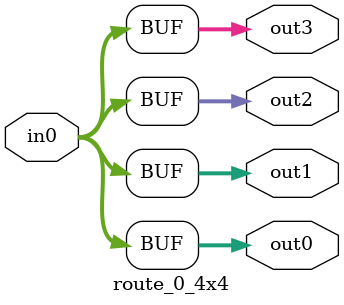
<source format=v>


module cgra
(
  input clk,
  input [8-1:0] conf_bus,
  input [8-1:0] in_stream0,
  input [8-1:0] in_stream3,
  input [8-1:0] in_stream6,
  output [8-1:0] out_stream2,
  output [8-1:0] out_stream5,
  output [8-1:0] out_stream8
);

  wire [8-1:0] pe0_to_pe1;
  wire [8-1:0] pe0_to_pe3;
  wire [8-1:0] pe1_to_pe0;
  wire [8-1:0] pe1_to_pe2;
  wire [8-1:0] pe1_to_pe4;
  wire [8-1:0] pe2_to_pe1;
  wire [8-1:0] pe2_to_pe5;
  wire [8-1:0] pe3_to_pe0;
  wire [8-1:0] pe3_to_pe4;
  wire [8-1:0] pe3_to_pe6;
  wire [8-1:0] pe4_to_pe1;
  wire [8-1:0] pe4_to_pe3;
  wire [8-1:0] pe4_to_pe5;
  wire [8-1:0] pe4_to_pe7;
  wire [8-1:0] pe5_to_pe2;
  wire [8-1:0] pe5_to_pe4;
  wire [8-1:0] pe5_to_pe8;
  wire [8-1:0] pe6_to_pe3;
  wire [8-1:0] pe6_to_pe7;
  wire [8-1:0] pe7_to_pe4;
  wire [8-1:0] pe7_to_pe6;
  wire [8-1:0] pe7_to_pe8;
  wire [8-1:0] pe8_to_pe5;
  wire [8-1:0] pe8_to_pe7;
  wire [8-1:0] conf_bus_reg_in [0:9-1];
  wire [8-1:0] conf_bus_reg_out [0:9-1];

  reg_pipe
  #(
    .num_register(1),
    .width(8)
  )
  reg_pipe_conf_0
  (
    .clk(clk),
    .rst(1'b0),
    .en(1'b1),
    .in(conf_bus_reg_in[0]),
    .out(conf_bus_reg_out[0])
  );


  reg_pipe
  #(
    .num_register(1),
    .width(8)
  )
  reg_pipe_conf_1
  (
    .clk(clk),
    .rst(1'b0),
    .en(1'b1),
    .in(conf_bus_reg_in[1]),
    .out(conf_bus_reg_out[1])
  );


  reg_pipe
  #(
    .num_register(1),
    .width(8)
  )
  reg_pipe_conf_2
  (
    .clk(clk),
    .rst(1'b0),
    .en(1'b1),
    .in(conf_bus_reg_in[2]),
    .out(conf_bus_reg_out[2])
  );


  reg_pipe
  #(
    .num_register(1),
    .width(8)
  )
  reg_pipe_conf_3
  (
    .clk(clk),
    .rst(1'b0),
    .en(1'b1),
    .in(conf_bus_reg_in[3]),
    .out(conf_bus_reg_out[3])
  );


  reg_pipe
  #(
    .num_register(1),
    .width(8)
  )
  reg_pipe_conf_4
  (
    .clk(clk),
    .rst(1'b0),
    .en(1'b1),
    .in(conf_bus_reg_in[4]),
    .out(conf_bus_reg_out[4])
  );


  reg_pipe
  #(
    .num_register(1),
    .width(8)
  )
  reg_pipe_conf_5
  (
    .clk(clk),
    .rst(1'b0),
    .en(1'b1),
    .in(conf_bus_reg_in[5]),
    .out(conf_bus_reg_out[5])
  );


  reg_pipe
  #(
    .num_register(1),
    .width(8)
  )
  reg_pipe_conf_6
  (
    .clk(clk),
    .rst(1'b0),
    .en(1'b1),
    .in(conf_bus_reg_in[6]),
    .out(conf_bus_reg_out[6])
  );


  reg_pipe
  #(
    .num_register(1),
    .width(8)
  )
  reg_pipe_conf_7
  (
    .clk(clk),
    .rst(1'b0),
    .en(1'b1),
    .in(conf_bus_reg_in[7]),
    .out(conf_bus_reg_out[7])
  );


  reg_pipe
  #(
    .num_register(1),
    .width(8)
  )
  reg_pipe_conf_8
  (
    .clk(clk),
    .rst(1'b0),
    .en(1'b1),
    .in(conf_bus_reg_in[8]),
    .out(conf_bus_reg_out[8])
  );


  pe_input_2_0_0_add_mul_sub
  #(
    .id(1)
  )
  pe_0
  (
    .clk(clk),
    .conf_bus(conf_bus_reg_out[0]),
    .stream_in(in_stream0),
    .in0(pe1_to_pe0),
    .in1(pe3_to_pe0),
    .out0(pe0_to_pe1),
    .out1(pe0_to_pe3)
  );


  pe_basic_3_0_0_add_mul_sub
  #(
    .id(2)
  )
  pe_1
  (
    .clk(clk),
    .conf_bus(conf_bus_reg_out[1]),
    .in0(pe0_to_pe1),
    .in1(pe2_to_pe1),
    .in2(pe4_to_pe1),
    .out0(pe1_to_pe0),
    .out1(pe1_to_pe2),
    .out2(pe1_to_pe4)
  );


  pe_output_2_0_0_add_mul_sub
  #(
    .id(3)
  )
  pe_2
  (
    .clk(clk),
    .conf_bus(conf_bus_reg_out[2]),
    .stream_out(out_stream2),
    .in0(pe1_to_pe2),
    .in1(pe5_to_pe2),
    .out0(pe2_to_pe1),
    .out1(pe2_to_pe5)
  );


  pe_input_3_0_0_add_mul_sub
  #(
    .id(4)
  )
  pe_3
  (
    .clk(clk),
    .conf_bus(conf_bus_reg_out[3]),
    .stream_in(in_stream3),
    .in0(pe0_to_pe3),
    .in1(pe4_to_pe3),
    .in2(pe6_to_pe3),
    .out0(pe3_to_pe0),
    .out1(pe3_to_pe4),
    .out2(pe3_to_pe6)
  );


  pe_basic_4_0_0_add_mul_sub
  #(
    .id(5)
  )
  pe_4
  (
    .clk(clk),
    .conf_bus(conf_bus_reg_out[4]),
    .in0(pe1_to_pe4),
    .in1(pe3_to_pe4),
    .in2(pe5_to_pe4),
    .in3(pe7_to_pe4),
    .out0(pe4_to_pe1),
    .out1(pe4_to_pe3),
    .out2(pe4_to_pe5),
    .out3(pe4_to_pe7)
  );


  pe_output_3_0_0_add_mul_sub
  #(
    .id(6)
  )
  pe_5
  (
    .clk(clk),
    .conf_bus(conf_bus_reg_out[5]),
    .stream_out(out_stream5),
    .in0(pe2_to_pe5),
    .in1(pe4_to_pe5),
    .in2(pe8_to_pe5),
    .out0(pe5_to_pe2),
    .out1(pe5_to_pe4),
    .out2(pe5_to_pe8)
  );


  pe_input_2_0_0_add_mul_sub
  #(
    .id(7)
  )
  pe_6
  (
    .clk(clk),
    .conf_bus(conf_bus_reg_out[6]),
    .stream_in(in_stream6),
    .in0(pe3_to_pe6),
    .in1(pe7_to_pe6),
    .out0(pe6_to_pe3),
    .out1(pe6_to_pe7)
  );


  pe_basic_3_0_0_add_mul_sub
  #(
    .id(8)
  )
  pe_7
  (
    .clk(clk),
    .conf_bus(conf_bus_reg_out[7]),
    .in0(pe4_to_pe7),
    .in1(pe6_to_pe7),
    .in2(pe8_to_pe7),
    .out0(pe7_to_pe4),
    .out1(pe7_to_pe6),
    .out2(pe7_to_pe8)
  );


  pe_output_2_0_0_add_mul_sub
  #(
    .id(9)
  )
  pe_8
  (
    .clk(clk),
    .conf_bus(conf_bus_reg_out[8]),
    .stream_out(out_stream8),
    .in0(pe5_to_pe8),
    .in1(pe7_to_pe8),
    .out0(pe8_to_pe5),
    .out1(pe8_to_pe7)
  );

  assign conf_bus_reg_in[0] = conf_bus;
  assign conf_bus_reg_in[3] = conf_bus_reg_out[0];
  assign conf_bus_reg_in[6] = conf_bus_reg_out[3];
  assign conf_bus_reg_in[1] = conf_bus_reg_out[0];
  assign conf_bus_reg_in[2] = conf_bus_reg_out[1];
  assign conf_bus_reg_in[4] = conf_bus_reg_out[3];
  assign conf_bus_reg_in[5] = conf_bus_reg_out[4];
  assign conf_bus_reg_in[7] = conf_bus_reg_out[6];
  assign conf_bus_reg_in[8] = conf_bus_reg_out[7];

endmodule



module reg_pipe #
(
  parameter num_register = 1,
  parameter width = 16
)
(
  input clk,
  input en,
  input rst,
  input [width-1:0] in,
  output [width-1:0] out
);

  reg [width-1:0] regs [0:num_register-1];
  integer i;
  assign out = regs[num_register - 1];

  always @(posedge clk) begin
    if(rst) begin
      regs[0] <= 0;
    end else begin
      if(en) begin
        regs[0] <= in;
        for(i=1; i<num_register; i=i+1) begin
          regs[i] <= regs[i - 1];
        end
      end 
    end
  end

  integer i_initial;

  initial begin
    for(i_initial=0; i_initial<num_register; i_initial=i_initial+1) begin
      regs[i_initial] = 0;
    end
  end


endmodule



module pe_input_2_0_0_add_mul_sub #
(
  parameter id = 0
)
(
  input clk,
  input [8-1:0] conf_bus,
  input [8-1:0] in0,
  input [8-1:0] in1,
  output [8-1:0] out0,
  output [8-1:0] out1,
  input [8-1:0] stream_in
);

  wire reset;
  wire [8-1:0] pe_const;
  wire [8-1:0] alu_in0;
  wire [8-1:0] alu_in1;
  wire [8-1:0] alu_out;
  wire [2-1:0] sel_alu_opcode;
  wire [2-1:0] sel_mux_alu0;
  wire [2-1:0] sel_mux_alu1;

  multiplexer_4
  #(
    .width(8)
  )
  mux_alu_in0
  (
    .sel(sel_mux_alu0),
    .in0(stream_in),
    .in1(pe_const),
    .in2(in0),
    .in3(in1),
    .out(alu_in0)
  );

  wire [8-1:0] elastic_pipeline_to_alu0;

  elastic_pipeline_0
  #(
    .width(8)
  )
  elastic_pipeline0
  (
    .in(alu_in0),
    .out(elastic_pipeline_to_alu0)
  );


  multiplexer_4
  #(
    .width(8)
  )
  mux_alu_in1
  (
    .sel(sel_mux_alu1),
    .in0(stream_in),
    .in1(pe_const),
    .in2(in0),
    .in3(in1),
    .out(alu_in1)
  );

  wire [8-1:0] elastic_pipeline_to_alu1;

  elastic_pipeline_0
  #(
    .width(8)
  )
  elastic_pipeline1
  (
    .in(alu_in1),
    .out(elastic_pipeline_to_alu1)
  );


  alu_2_add_mul_sub
  #(
    .width(8)
  )
  alu
  (
    .clk(clk),
    .opcode(sel_alu_opcode),
    .in0(elastic_pipeline_to_alu0),
    .in1(elastic_pipeline_to_alu1),
    .out(alu_out)
  );


  route_0_3x2
  #(
    .width(8)
  )
  router
  (
    .in0(alu_out),
    .out0(out0),
    .out1(out1)
  );

  wire [6-1:0] conf_alu;

  pe_conf_reader_alu_width_6_router_width_0
  #(
    .pe_id(id),
    .conf_bus_width(8)
  )
  pe_conf_reader
  (
    .clk(clk),
    .conf_bus(conf_bus),
    .reset(reset),
    .conf_alu(conf_alu),
    .conf_const(pe_const)
  );

  assign sel_alu_opcode = conf_alu[1:0];
  assign sel_mux_alu0 = conf_alu[3:2];
  assign sel_mux_alu1 = conf_alu[5:4];

endmodule



module multiplexer_4 #
(
  parameter width = 8
)
(
  input [2-1:0] sel,
  input [width-1:0] in0,
  input [width-1:0] in1,
  input [width-1:0] in2,
  input [width-1:0] in3,
  output [width-1:0] out
);

  wire [width-1:0] aux [0:4-1];
  assign aux[0] = in0;
  assign aux[1] = in1;
  assign aux[2] = in2;
  assign aux[3] = in3;
  assign out = aux[sel];

endmodule



module elastic_pipeline_0 #
(
  parameter width = 8
)
(
  input [width-1:0] in,
  output [width-1:0] out
);

  assign out = in;

endmodule



module alu_2_add_mul_sub #
(
  parameter width = 8
)
(
  input clk,
  input [2-1:0] opcode,
  input [width-1:0] in0,
  input [width-1:0] in1,
  output [width-1:0] out
);

  reg [width-1:0] in0_reg;
  reg [width-1:0] in1_reg;
  reg [width-1:0] reg_results [0:3-1];
  reg [width-1:0] add_temp;
  reg [width-1:0] mul_temp;
  reg [width-1:0] sub_temp;

  always @(posedge clk) begin
    in0_reg <= in0;
    in1_reg <= in1;
    add_temp <= in0_reg + in1_reg;
    reg_results[0] <= add_temp;
    mul_temp <= in0_reg * in1_reg;
    reg_results[1] <= mul_temp;
    sub_temp <= in0_reg - in1_reg;
    reg_results[2] <= sub_temp;
  end

  assign out = reg_results[opcode];
  integer i_initial;

  initial begin
    in0_reg = 0;
    in1_reg = 0;
    for(i_initial=0; i_initial<3; i_initial=i_initial+1) begin
      reg_results[i_initial] = 0;
    end
    add_temp = 0;
    mul_temp = 0;
    sub_temp = 0;
  end


endmodule



module route_0_3x2 #
(
  parameter width = 16
)
(
  input [width-1:0] in0,
  output [width-1:0] out0,
  output [width-1:0] out1
);

  assign out0 = in0;
  assign out1 = in0;

endmodule



module pe_conf_reader_alu_width_6_router_width_0 #
(
  parameter pe_id = 0,
  parameter conf_bus_width = 8
)
(
  input clk,
  input [conf_bus_width-1:0] conf_bus,
  output reg reset,
  output reg [6-1:0] conf_alu,
  output reg [8-1:0] conf_const
);

  reg [15-1:0] conf_reg;
  reg [15-1:0] conf_reg0;
  reg [15-1:0] conf_reg1;
  reg flag;
  reg conf_valid;

  always @(posedge clk) begin
    conf_valid <= conf_bus[0];
    flag <= (conf_bus[0])? ~flag : flag;
    if(flag) begin
      conf_reg1 <= 0;
      conf_reg0 <= { conf_reg0[7:0], conf_bus[conf_bus_width-1:1] };
      conf_reg <= { conf_reg0[7:0], conf_bus[conf_bus_width-1:1] };
    end else begin
      conf_reg0 <= 0;
      conf_reg1 <= { conf_reg1[7:0], conf_bus[conf_bus_width-1:1] };
      conf_reg <= { conf_reg1[7:0], conf_bus[conf_bus_width-1:1] };
    end
  end


  always @(posedge clk) begin
    reset <= 1'b0;
    if(conf_valid) begin
      if(pe_id == conf_reg[4:0]) begin
        case(conf_reg[6:5])
          2'b0: begin
            reset <= 1'b1;
            conf_alu <= 0;
            conf_const <= 0;
          end
          2'b1: begin
            conf_alu <= conf_reg[12:7];
          end
          2'b10: begin
            conf_const <= conf_reg[14:7];
          end
        endcase
      end 
    end 
  end


  initial begin
    reset = 0;
    conf_alu = 0;
    conf_const = 0;
    conf_reg = 0;
    conf_reg0 = 0;
    conf_reg1 = 0;
    flag = 0;
    conf_valid = 0;
  end


endmodule



module pe_basic_3_0_0_add_mul_sub #
(
  parameter id = 0
)
(
  input clk,
  input [8-1:0] conf_bus,
  input [8-1:0] in0,
  input [8-1:0] in1,
  input [8-1:0] in2,
  output [8-1:0] out0,
  output [8-1:0] out1,
  output [8-1:0] out2
);

  wire reset;
  wire [8-1:0] pe_const;
  wire [8-1:0] alu_in0;
  wire [8-1:0] alu_in1;
  wire [8-1:0] alu_out;
  wire [2-1:0] sel_alu_opcode;
  wire [2-1:0] sel_mux_alu0;
  wire [2-1:0] sel_mux_alu1;

  multiplexer_4
  #(
    .width(8)
  )
  mux_alu_in0
  (
    .sel(sel_mux_alu0),
    .in0(pe_const),
    .in1(in0),
    .in2(in1),
    .in3(in2),
    .out(alu_in0)
  );

  wire [8-1:0] elastic_pipeline_to_alu0;

  elastic_pipeline_0
  #(
    .width(8)
  )
  elastic_pipeline0
  (
    .in(alu_in0),
    .out(elastic_pipeline_to_alu0)
  );


  multiplexer_4
  #(
    .width(8)
  )
  mux_alu_in1
  (
    .sel(sel_mux_alu1),
    .in0(pe_const),
    .in1(in0),
    .in2(in1),
    .in3(in2),
    .out(alu_in1)
  );

  wire [8-1:0] elastic_pipeline_to_alu1;

  elastic_pipeline_0
  #(
    .width(8)
  )
  elastic_pipeline1
  (
    .in(alu_in1),
    .out(elastic_pipeline_to_alu1)
  );


  alu_2_add_mul_sub
  #(
    .width(8)
  )
  alu
  (
    .clk(clk),
    .opcode(sel_alu_opcode),
    .in0(elastic_pipeline_to_alu0),
    .in1(elastic_pipeline_to_alu1),
    .out(alu_out)
  );


  route_0_4x3
  #(
    .width(8)
  )
  router
  (
    .in0(alu_out),
    .out0(out0),
    .out1(out1),
    .out2(out2)
  );

  wire [6-1:0] conf_alu;

  pe_conf_reader_alu_width_6_router_width_0
  #(
    .pe_id(id),
    .conf_bus_width(8)
  )
  pe_conf_reader
  (
    .clk(clk),
    .conf_bus(conf_bus),
    .reset(reset),
    .conf_alu(conf_alu),
    .conf_const(pe_const)
  );

  assign sel_alu_opcode = conf_alu[1:0];
  assign sel_mux_alu0 = conf_alu[3:2];
  assign sel_mux_alu1 = conf_alu[5:4];

endmodule



module route_0_4x3 #
(
  parameter width = 16
)
(
  input [width-1:0] in0,
  output [width-1:0] out0,
  output [width-1:0] out1,
  output [width-1:0] out2
);

  assign out0 = in0;
  assign out1 = in0;
  assign out2 = in0;

endmodule



module pe_output_2_0_0_add_mul_sub #
(
  parameter id = 0
)
(
  input clk,
  input [8-1:0] conf_bus,
  input [8-1:0] in0,
  input [8-1:0] in1,
  output [8-1:0] out0,
  output [8-1:0] out1,
  output [8-1:0] stream_out
);

  wire reset;
  wire [8-1:0] pe_const;
  wire [8-1:0] alu_in0;
  wire [8-1:0] alu_in1;
  wire [8-1:0] alu_out;
  wire [2-1:0] sel_alu_opcode;
  wire [2-1:0] sel_mux_alu0;
  wire [2-1:0] sel_mux_alu1;

  multiplexer_3
  #(
    .width(8)
  )
  mux_alu_in0
  (
    .sel(sel_mux_alu0),
    .in0(pe_const),
    .in1(in0),
    .in2(in1),
    .out(alu_in0)
  );

  wire [8-1:0] elastic_pipeline_to_alu0;

  elastic_pipeline_0
  #(
    .width(8)
  )
  elastic_pipeline0
  (
    .in(alu_in0),
    .out(elastic_pipeline_to_alu0)
  );


  multiplexer_3
  #(
    .width(8)
  )
  mux_alu_in1
  (
    .sel(sel_mux_alu1),
    .in0(pe_const),
    .in1(in0),
    .in2(in1),
    .out(alu_in1)
  );

  wire [8-1:0] elastic_pipeline_to_alu1;

  elastic_pipeline_0
  #(
    .width(8)
  )
  elastic_pipeline1
  (
    .in(alu_in1),
    .out(elastic_pipeline_to_alu1)
  );


  alu_2_add_mul_sub
  #(
    .width(8)
  )
  alu
  (
    .clk(clk),
    .opcode(sel_alu_opcode),
    .in0(elastic_pipeline_to_alu0),
    .in1(elastic_pipeline_to_alu1),
    .out(alu_out)
  );


  route_0_3x3
  #(
    .width(8)
  )
  router
  (
    .in0(alu_out),
    .out0(out0),
    .out1(out1),
    .out2(stream_out)
  );

  wire [6-1:0] conf_alu;

  pe_conf_reader_alu_width_6_router_width_0
  #(
    .pe_id(id),
    .conf_bus_width(8)
  )
  pe_conf_reader
  (
    .clk(clk),
    .conf_bus(conf_bus),
    .reset(reset),
    .conf_alu(conf_alu),
    .conf_const(pe_const)
  );

  assign sel_alu_opcode = conf_alu[1:0];
  assign sel_mux_alu0 = conf_alu[3:2];
  assign sel_mux_alu1 = conf_alu[5:4];

endmodule



module multiplexer_3 #
(
  parameter width = 8
)
(
  input [2-1:0] sel,
  input [width-1:0] in0,
  input [width-1:0] in1,
  input [width-1:0] in2,
  output [width-1:0] out
);

  wire [width-1:0] aux [0:3-1];
  assign aux[0] = in0;
  assign aux[1] = in1;
  assign aux[2] = in2;
  assign out = aux[sel];

endmodule



module route_0_3x3 #
(
  parameter width = 16
)
(
  input [width-1:0] in0,
  output [width-1:0] out0,
  output [width-1:0] out1,
  output [width-1:0] out2
);

  assign out0 = in0;
  assign out1 = in0;
  assign out2 = in0;

endmodule



module pe_input_3_0_0_add_mul_sub #
(
  parameter id = 0
)
(
  input clk,
  input [8-1:0] conf_bus,
  input [8-1:0] in0,
  input [8-1:0] in1,
  input [8-1:0] in2,
  output [8-1:0] out0,
  output [8-1:0] out1,
  output [8-1:0] out2,
  input [8-1:0] stream_in
);

  wire reset;
  wire [8-1:0] pe_const;
  wire [8-1:0] alu_in0;
  wire [8-1:0] alu_in1;
  wire [8-1:0] alu_out;
  wire [2-1:0] sel_alu_opcode;
  wire [3-1:0] sel_mux_alu0;
  wire [3-1:0] sel_mux_alu1;

  multiplexer_5
  #(
    .width(8)
  )
  mux_alu_in0
  (
    .sel(sel_mux_alu0),
    .in0(stream_in),
    .in1(pe_const),
    .in2(in0),
    .in3(in1),
    .in4(in2),
    .out(alu_in0)
  );

  wire [8-1:0] elastic_pipeline_to_alu0;

  elastic_pipeline_0
  #(
    .width(8)
  )
  elastic_pipeline0
  (
    .in(alu_in0),
    .out(elastic_pipeline_to_alu0)
  );


  multiplexer_5
  #(
    .width(8)
  )
  mux_alu_in1
  (
    .sel(sel_mux_alu1),
    .in0(stream_in),
    .in1(pe_const),
    .in2(in0),
    .in3(in1),
    .in4(in2),
    .out(alu_in1)
  );

  wire [8-1:0] elastic_pipeline_to_alu1;

  elastic_pipeline_0
  #(
    .width(8)
  )
  elastic_pipeline1
  (
    .in(alu_in1),
    .out(elastic_pipeline_to_alu1)
  );


  alu_2_add_mul_sub
  #(
    .width(8)
  )
  alu
  (
    .clk(clk),
    .opcode(sel_alu_opcode),
    .in0(elastic_pipeline_to_alu0),
    .in1(elastic_pipeline_to_alu1),
    .out(alu_out)
  );


  route_0_4x3
  #(
    .width(8)
  )
  router
  (
    .in0(alu_out),
    .out0(out0),
    .out1(out1),
    .out2(out2)
  );

  wire [8-1:0] conf_alu;

  pe_conf_reader_alu_width_8_router_width_0
  #(
    .pe_id(id),
    .conf_bus_width(8)
  )
  pe_conf_reader
  (
    .clk(clk),
    .conf_bus(conf_bus),
    .reset(reset),
    .conf_alu(conf_alu),
    .conf_const(pe_const)
  );

  assign sel_alu_opcode = conf_alu[1:0];
  assign sel_mux_alu0 = conf_alu[4:2];
  assign sel_mux_alu1 = conf_alu[7:5];

endmodule



module multiplexer_5 #
(
  parameter width = 8
)
(
  input [3-1:0] sel,
  input [width-1:0] in0,
  input [width-1:0] in1,
  input [width-1:0] in2,
  input [width-1:0] in3,
  input [width-1:0] in4,
  output [width-1:0] out
);

  wire [width-1:0] aux [0:5-1];
  assign aux[0] = in0;
  assign aux[1] = in1;
  assign aux[2] = in2;
  assign aux[3] = in3;
  assign aux[4] = in4;
  assign out = aux[sel];

endmodule



module pe_conf_reader_alu_width_8_router_width_0 #
(
  parameter pe_id = 0,
  parameter conf_bus_width = 8
)
(
  input clk,
  input [conf_bus_width-1:0] conf_bus,
  output reg reset,
  output reg [8-1:0] conf_alu,
  output reg [8-1:0] conf_const
);

  reg [15-1:0] conf_reg;
  reg [15-1:0] conf_reg0;
  reg [15-1:0] conf_reg1;
  reg flag;
  reg conf_valid;

  always @(posedge clk) begin
    conf_valid <= conf_bus[0];
    flag <= (conf_bus[0])? ~flag : flag;
    if(flag) begin
      conf_reg1 <= 0;
      conf_reg0 <= { conf_reg0[7:0], conf_bus[conf_bus_width-1:1] };
      conf_reg <= { conf_reg0[7:0], conf_bus[conf_bus_width-1:1] };
    end else begin
      conf_reg0 <= 0;
      conf_reg1 <= { conf_reg1[7:0], conf_bus[conf_bus_width-1:1] };
      conf_reg <= { conf_reg1[7:0], conf_bus[conf_bus_width-1:1] };
    end
  end


  always @(posedge clk) begin
    reset <= 1'b0;
    if(conf_valid) begin
      if(pe_id == conf_reg[4:0]) begin
        case(conf_reg[6:5])
          2'b0: begin
            reset <= 1'b1;
            conf_alu <= 0;
            conf_const <= 0;
          end
          2'b1: begin
            conf_alu <= conf_reg[14:7];
          end
          2'b10: begin
            conf_const <= conf_reg[14:7];
          end
        endcase
      end 
    end 
  end


  initial begin
    reset = 0;
    conf_alu = 0;
    conf_const = 0;
    conf_reg = 0;
    conf_reg0 = 0;
    conf_reg1 = 0;
    flag = 0;
    conf_valid = 0;
  end


endmodule



module pe_basic_4_0_0_add_mul_sub #
(
  parameter id = 0
)
(
  input clk,
  input [8-1:0] conf_bus,
  input [8-1:0] in0,
  input [8-1:0] in1,
  input [8-1:0] in2,
  input [8-1:0] in3,
  output [8-1:0] out0,
  output [8-1:0] out1,
  output [8-1:0] out2,
  output [8-1:0] out3
);

  wire reset;
  wire [8-1:0] pe_const;
  wire [8-1:0] alu_in0;
  wire [8-1:0] alu_in1;
  wire [8-1:0] alu_out;
  wire [2-1:0] sel_alu_opcode;
  wire [3-1:0] sel_mux_alu0;
  wire [3-1:0] sel_mux_alu1;

  multiplexer_5
  #(
    .width(8)
  )
  mux_alu_in0
  (
    .sel(sel_mux_alu0),
    .in0(pe_const),
    .in1(in0),
    .in2(in1),
    .in3(in2),
    .in4(in3),
    .out(alu_in0)
  );

  wire [8-1:0] elastic_pipeline_to_alu0;

  elastic_pipeline_0
  #(
    .width(8)
  )
  elastic_pipeline0
  (
    .in(alu_in0),
    .out(elastic_pipeline_to_alu0)
  );


  multiplexer_5
  #(
    .width(8)
  )
  mux_alu_in1
  (
    .sel(sel_mux_alu1),
    .in0(pe_const),
    .in1(in0),
    .in2(in1),
    .in3(in2),
    .in4(in3),
    .out(alu_in1)
  );

  wire [8-1:0] elastic_pipeline_to_alu1;

  elastic_pipeline_0
  #(
    .width(8)
  )
  elastic_pipeline1
  (
    .in(alu_in1),
    .out(elastic_pipeline_to_alu1)
  );


  alu_2_add_mul_sub
  #(
    .width(8)
  )
  alu
  (
    .clk(clk),
    .opcode(sel_alu_opcode),
    .in0(elastic_pipeline_to_alu0),
    .in1(elastic_pipeline_to_alu1),
    .out(alu_out)
  );


  route_0_5x4
  #(
    .width(8)
  )
  router
  (
    .in0(alu_out),
    .out0(out0),
    .out1(out1),
    .out2(out2),
    .out3(out3)
  );

  wire [8-1:0] conf_alu;

  pe_conf_reader_alu_width_8_router_width_0
  #(
    .pe_id(id),
    .conf_bus_width(8)
  )
  pe_conf_reader
  (
    .clk(clk),
    .conf_bus(conf_bus),
    .reset(reset),
    .conf_alu(conf_alu),
    .conf_const(pe_const)
  );

  assign sel_alu_opcode = conf_alu[1:0];
  assign sel_mux_alu0 = conf_alu[4:2];
  assign sel_mux_alu1 = conf_alu[7:5];

endmodule



module route_0_5x4 #
(
  parameter width = 16
)
(
  input [width-1:0] in0,
  output [width-1:0] out0,
  output [width-1:0] out1,
  output [width-1:0] out2,
  output [width-1:0] out3
);

  assign out0 = in0;
  assign out1 = in0;
  assign out2 = in0;
  assign out3 = in0;

endmodule



module pe_output_3_0_0_add_mul_sub #
(
  parameter id = 0
)
(
  input clk,
  input [8-1:0] conf_bus,
  input [8-1:0] in0,
  input [8-1:0] in1,
  input [8-1:0] in2,
  output [8-1:0] out0,
  output [8-1:0] out1,
  output [8-1:0] out2,
  output [8-1:0] stream_out
);

  wire reset;
  wire [8-1:0] pe_const;
  wire [8-1:0] alu_in0;
  wire [8-1:0] alu_in1;
  wire [8-1:0] alu_out;
  wire [2-1:0] sel_alu_opcode;
  wire [2-1:0] sel_mux_alu0;
  wire [2-1:0] sel_mux_alu1;

  multiplexer_4
  #(
    .width(8)
  )
  mux_alu_in0
  (
    .sel(sel_mux_alu0),
    .in0(pe_const),
    .in1(in0),
    .in2(in1),
    .in3(in2),
    .out(alu_in0)
  );

  wire [8-1:0] elastic_pipeline_to_alu0;

  elastic_pipeline_0
  #(
    .width(8)
  )
  elastic_pipeline0
  (
    .in(alu_in0),
    .out(elastic_pipeline_to_alu0)
  );


  multiplexer_4
  #(
    .width(8)
  )
  mux_alu_in1
  (
    .sel(sel_mux_alu1),
    .in0(pe_const),
    .in1(in0),
    .in2(in1),
    .in3(in2),
    .out(alu_in1)
  );

  wire [8-1:0] elastic_pipeline_to_alu1;

  elastic_pipeline_0
  #(
    .width(8)
  )
  elastic_pipeline1
  (
    .in(alu_in1),
    .out(elastic_pipeline_to_alu1)
  );


  alu_2_add_mul_sub
  #(
    .width(8)
  )
  alu
  (
    .clk(clk),
    .opcode(sel_alu_opcode),
    .in0(elastic_pipeline_to_alu0),
    .in1(elastic_pipeline_to_alu1),
    .out(alu_out)
  );


  route_0_4x4
  #(
    .width(8)
  )
  router
  (
    .in0(alu_out),
    .out0(out0),
    .out1(out1),
    .out2(out2),
    .out3(stream_out)
  );

  wire [6-1:0] conf_alu;

  pe_conf_reader_alu_width_6_router_width_0
  #(
    .pe_id(id),
    .conf_bus_width(8)
  )
  pe_conf_reader
  (
    .clk(clk),
    .conf_bus(conf_bus),
    .reset(reset),
    .conf_alu(conf_alu),
    .conf_const(pe_const)
  );

  assign sel_alu_opcode = conf_alu[1:0];
  assign sel_mux_alu0 = conf_alu[3:2];
  assign sel_mux_alu1 = conf_alu[5:4];

endmodule



module route_0_4x4 #
(
  parameter width = 16
)
(
  input [width-1:0] in0,
  output [width-1:0] out0,
  output [width-1:0] out1,
  output [width-1:0] out2,
  output [width-1:0] out3
);

  assign out0 = in0;
  assign out1 = in0;
  assign out2 = in0;
  assign out3 = in0;

endmodule


</source>
